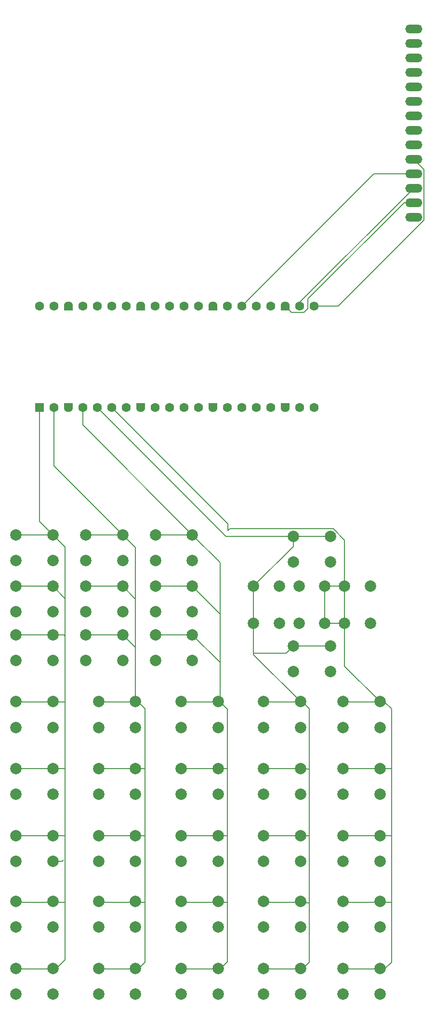
<source format=gbl>
G04 #@! TF.GenerationSoftware,KiCad,Pcbnew,9.0.3-9.0.3-0~ubuntu24.04.1*
G04 #@! TF.CreationDate,2025-09-17T21:15:32+02:00*
G04 #@! TF.ProjectId,PCB_ SEPARATED,5043425f-2053-4455-9041-52415445442e,rev?*
G04 #@! TF.SameCoordinates,Original*
G04 #@! TF.FileFunction,Copper,L2,Bot*
G04 #@! TF.FilePolarity,Positive*
%FSLAX46Y46*%
G04 Gerber Fmt 4.6, Leading zero omitted, Abs format (unit mm)*
G04 Created by KiCad (PCBNEW 9.0.3-9.0.3-0~ubuntu24.04.1) date 2025-09-17 21:15:32*
%MOMM*%
%LPD*%
G01*
G04 APERTURE LIST*
G04 Aperture macros list*
%AMRoundRect*
0 Rectangle with rounded corners*
0 $1 Rounding radius*
0 $2 $3 $4 $5 $6 $7 $8 $9 X,Y pos of 4 corners*
0 Add a 4 corners polygon primitive as box body*
4,1,4,$2,$3,$4,$5,$6,$7,$8,$9,$2,$3,0*
0 Add four circle primitives for the rounded corners*
1,1,$1+$1,$2,$3*
1,1,$1+$1,$4,$5*
1,1,$1+$1,$6,$7*
1,1,$1+$1,$8,$9*
0 Add four rect primitives between the rounded corners*
20,1,$1+$1,$2,$3,$4,$5,0*
20,1,$1+$1,$4,$5,$6,$7,0*
20,1,$1+$1,$6,$7,$8,$9,0*
20,1,$1+$1,$8,$9,$2,$3,0*%
%AMFreePoly0*
4,1,37,0.603843,0.796157,0.639018,0.796157,0.711114,0.766294,0.766294,0.711114,0.796157,0.639018,0.796157,0.603843,0.800000,0.600000,0.800000,-0.600000,0.796157,-0.603843,0.796157,-0.639018,0.766294,-0.711114,0.711114,-0.766294,0.639018,-0.796157,0.603843,-0.796157,0.600000,-0.800000,0.000000,-0.800000,0.000000,-0.796148,-0.078414,-0.796148,-0.232228,-0.765552,-0.377117,-0.705537,
-0.507515,-0.618408,-0.618408,-0.507515,-0.705537,-0.377117,-0.765552,-0.232228,-0.796148,-0.078414,-0.796148,0.078414,-0.765552,0.232228,-0.705537,0.377117,-0.618408,0.507515,-0.507515,0.618408,-0.377117,0.705537,-0.232228,0.765552,-0.078414,0.796148,0.000000,0.796148,0.000000,0.800000,0.600000,0.800000,0.603843,0.796157,0.603843,0.796157,$1*%
%AMFreePoly1*
4,1,37,0.000000,0.796148,0.078414,0.796148,0.232228,0.765552,0.377117,0.705537,0.507515,0.618408,0.618408,0.507515,0.705537,0.377117,0.765552,0.232228,0.796148,0.078414,0.796148,-0.078414,0.765552,-0.232228,0.705537,-0.377117,0.618408,-0.507515,0.507515,-0.618408,0.377117,-0.705537,0.232228,-0.765552,0.078414,-0.796148,0.000000,-0.796148,0.000000,-0.800000,-0.600000,-0.800000,
-0.603843,-0.796157,-0.639018,-0.796157,-0.711114,-0.766294,-0.766294,-0.711114,-0.796157,-0.639018,-0.796157,-0.603843,-0.800000,-0.600000,-0.800000,0.600000,-0.796157,0.603843,-0.796157,0.639018,-0.766294,0.711114,-0.711114,0.766294,-0.639018,0.796157,-0.603843,0.796157,-0.600000,0.800000,0.000000,0.800000,0.000000,0.796148,0.000000,0.796148,$1*%
G04 Aperture macros list end*
G04 #@! TA.AperFunction,ComponentPad*
%ADD10C,2.000000*%
G04 #@! TD*
G04 #@! TA.AperFunction,ComponentPad*
%ADD11RoundRect,0.200000X0.600000X-0.600000X0.600000X0.600000X-0.600000X0.600000X-0.600000X-0.600000X0*%
G04 #@! TD*
G04 #@! TA.AperFunction,ComponentPad*
%ADD12C,1.600000*%
G04 #@! TD*
G04 #@! TA.AperFunction,ComponentPad*
%ADD13FreePoly0,90.000000*%
G04 #@! TD*
G04 #@! TA.AperFunction,ComponentPad*
%ADD14FreePoly1,90.000000*%
G04 #@! TD*
G04 #@! TA.AperFunction,ComponentPad*
%ADD15O,3.000000X1.500000*%
G04 #@! TD*
G04 #@! TA.AperFunction,Conductor*
%ADD16C,0.150000*%
G04 #@! TD*
G04 #@! TA.AperFunction,Conductor*
%ADD17C,0.200000*%
G04 #@! TD*
G04 APERTURE END LIST*
D10*
G04 #@! TO.P,SW39,1,C*
G04 #@! TO.N,/C5*
X114710000Y-180500000D03*
X121210000Y-180500000D03*
G04 #@! TO.P,SW39,2,D*
G04 #@! TO.N,/L7*
X114710000Y-185000000D03*
X121210000Y-185000000D03*
G04 #@! TD*
G04 #@! TO.P,SW30,1,C*
G04 #@! TO.N,/C4*
X100710000Y-169000000D03*
X107210000Y-169000000D03*
G04 #@! TO.P,SW30,2,D*
G04 #@! TO.N,/L6*
X100710000Y-173500000D03*
X107210000Y-173500000D03*
G04 #@! TD*
G04 #@! TO.P,SW4,1,C*
G04 #@! TO.N,/C1*
X57210000Y-145500000D03*
X63710000Y-145500000D03*
G04 #@! TO.P,SW4,2,D*
G04 #@! TO.N,/L4*
X57210000Y-150000000D03*
X63710000Y-150000000D03*
G04 #@! TD*
G04 #@! TO.P,SW26,1,C*
G04 #@! TO.N,/C4*
X98960000Y-131750000D03*
X98960000Y-125250000D03*
G04 #@! TO.P,SW26,2,D*
G04 #@! TO.N,/L2*
X103460000Y-131750000D03*
X103460000Y-125250000D03*
G04 #@! TD*
G04 #@! TO.P,SW25,1,C*
G04 #@! TO.N,/C4*
X105960000Y-116500000D03*
X112460000Y-116500000D03*
G04 #@! TO.P,SW25,2,D*
G04 #@! TO.N,/L1*
X105960000Y-121000000D03*
X112460000Y-121000000D03*
G04 #@! TD*
G04 #@! TO.P,SW28,1,C*
G04 #@! TO.N,/C4*
X100710000Y-145500000D03*
X107210000Y-145500000D03*
G04 #@! TO.P,SW28,2,D*
G04 #@! TO.N,/L4*
X100710000Y-150000000D03*
X107210000Y-150000000D03*
G04 #@! TD*
G04 #@! TO.P,SW11,1,C*
G04 #@! TO.N,/C2*
X69460000Y-133750000D03*
X75960000Y-133750000D03*
G04 #@! TO.P,SW11,2,D*
G04 #@! TO.N,/L3*
X69460000Y-138250000D03*
X75960000Y-138250000D03*
G04 #@! TD*
G04 #@! TO.P,SW5,1,C*
G04 #@! TO.N,/C1*
X57210000Y-157250000D03*
X63710000Y-157250000D03*
G04 #@! TO.P,SW5,2,D*
G04 #@! TO.N,/L5*
X57210000Y-161750000D03*
X63710000Y-161750000D03*
G04 #@! TD*
G04 #@! TO.P,SW15,1,C*
G04 #@! TO.N,/C2*
X71710000Y-180500000D03*
X78210000Y-180500000D03*
G04 #@! TO.P,SW15,2,D*
G04 #@! TO.N,/L7*
X71710000Y-185000000D03*
X78210000Y-185000000D03*
G04 #@! TD*
G04 #@! TO.P,SW23,1,C*
G04 #@! TO.N,/C3*
X86210000Y-180500000D03*
X92710000Y-180500000D03*
G04 #@! TO.P,SW23,2,D*
G04 #@! TO.N,/L7*
X86210000Y-185000000D03*
X92710000Y-185000000D03*
G04 #@! TD*
G04 #@! TO.P,SW8,1,C*
G04 #@! TO.N,/C1*
X57210000Y-192250000D03*
X63710000Y-192250000D03*
G04 #@! TO.P,SW8,2,D*
G04 #@! TO.N,/L8*
X57210000Y-196750000D03*
X63710000Y-196750000D03*
G04 #@! TD*
G04 #@! TO.P,SW20,1,C*
G04 #@! TO.N,/C3*
X86210000Y-145500000D03*
X92710000Y-145500000D03*
G04 #@! TO.P,SW20,2,D*
G04 #@! TO.N,/L4*
X86210000Y-150000000D03*
X92710000Y-150000000D03*
G04 #@! TD*
G04 #@! TO.P,SW18,1,C*
G04 #@! TO.N,/C3*
X81710000Y-125250000D03*
X88210000Y-125250000D03*
G04 #@! TO.P,SW18,2,D*
G04 #@! TO.N,/L2*
X81710000Y-129750000D03*
X88210000Y-129750000D03*
G04 #@! TD*
G04 #@! TO.P,SW13,1,C*
G04 #@! TO.N,/C2*
X71710000Y-157250000D03*
X78210000Y-157250000D03*
G04 #@! TO.P,SW13,2,D*
G04 #@! TO.N,/L5*
X71710000Y-161750000D03*
X78210000Y-161750000D03*
G04 #@! TD*
G04 #@! TO.P,SW21,1,C*
G04 #@! TO.N,/C3*
X86210000Y-157250000D03*
X92710000Y-157250000D03*
G04 #@! TO.P,SW21,2,D*
G04 #@! TO.N,/L5*
X86210000Y-161750000D03*
X92710000Y-161750000D03*
G04 #@! TD*
G04 #@! TO.P,SW24,1,C*
G04 #@! TO.N,/C3*
X86210000Y-192250000D03*
X92710000Y-192250000D03*
G04 #@! TO.P,SW24,2,D*
G04 #@! TO.N,/L8*
X86210000Y-196750000D03*
X92710000Y-196750000D03*
G04 #@! TD*
G04 #@! TO.P,SW32,1,C*
G04 #@! TO.N,/C4*
X100710000Y-192250000D03*
X107210000Y-192250000D03*
G04 #@! TO.P,SW32,2,D*
G04 #@! TO.N,/L8*
X100710000Y-196750000D03*
X107210000Y-196750000D03*
G04 #@! TD*
G04 #@! TO.P,SW1,1,C*
G04 #@! TO.N,/C1*
X57210000Y-116250000D03*
X63710000Y-116250000D03*
G04 #@! TO.P,SW1,2,D*
G04 #@! TO.N,/L1*
X57210000Y-120750000D03*
X63710000Y-120750000D03*
G04 #@! TD*
G04 #@! TO.P,SW31,1,C*
G04 #@! TO.N,/C4*
X100710000Y-180500000D03*
X107210000Y-180500000D03*
G04 #@! TO.P,SW31,2,D*
G04 #@! TO.N,/L7*
X100710000Y-185000000D03*
X107210000Y-185000000D03*
G04 #@! TD*
G04 #@! TO.P,SW40,1,C*
G04 #@! TO.N,/C5*
X114710000Y-192250000D03*
X121210000Y-192250000D03*
G04 #@! TO.P,SW40,2,D*
G04 #@! TO.N,/L8*
X114710000Y-196750000D03*
X121210000Y-196750000D03*
G04 #@! TD*
G04 #@! TO.P,SW9,1,C*
G04 #@! TO.N,/C2*
X69460000Y-116250000D03*
X75960000Y-116250000D03*
G04 #@! TO.P,SW9,2,D*
G04 #@! TO.N,/L1*
X69460000Y-120750000D03*
X75960000Y-120750000D03*
G04 #@! TD*
G04 #@! TO.P,SW34,1,C*
G04 #@! TO.N,/C5*
X111460000Y-125250000D03*
X111460000Y-131750000D03*
G04 #@! TO.P,SW34,2,D*
G04 #@! TO.N,/L2*
X106960000Y-125250000D03*
X106960000Y-131750000D03*
G04 #@! TD*
D11*
G04 #@! TO.P,A1,1,GPIO0*
G04 #@! TO.N,/C1*
X61330000Y-93890000D03*
D12*
G04 #@! TO.P,A1,2,GPIO1*
G04 #@! TO.N,/C2*
X63870000Y-93890000D03*
D13*
G04 #@! TO.P,A1,3,GND*
G04 #@! TO.N,GND*
X66410000Y-93890000D03*
D12*
G04 #@! TO.P,A1,4,GPIO2*
G04 #@! TO.N,/C3*
X68950000Y-93890000D03*
G04 #@! TO.P,A1,5,GPIO3*
G04 #@! TO.N,/C4*
X71490000Y-93890000D03*
G04 #@! TO.P,A1,6,GPIO4*
G04 #@! TO.N,/C5*
X74030000Y-93890000D03*
G04 #@! TO.P,A1,7,GPIO5*
G04 #@! TO.N,/C6*
X76570000Y-93890000D03*
D13*
G04 #@! TO.P,A1,8,GND*
G04 #@! TO.N,GND*
X79110000Y-93890000D03*
D12*
G04 #@! TO.P,A1,9,GPIO6*
G04 #@! TO.N,/C7*
X81650000Y-93890000D03*
G04 #@! TO.P,A1,10,GPIO7*
G04 #@! TO.N,/C8*
X84190000Y-93890000D03*
G04 #@! TO.P,A1,11,GPIO8*
G04 #@! TO.N,/L8*
X86730000Y-93890000D03*
G04 #@! TO.P,A1,12,GPIO9*
G04 #@! TO.N,/L7*
X89270000Y-93890000D03*
D13*
G04 #@! TO.P,A1,13,GND*
G04 #@! TO.N,GND*
X91810000Y-93890000D03*
D12*
G04 #@! TO.P,A1,14,GPIO10*
G04 #@! TO.N,/L6*
X94350000Y-93890000D03*
G04 #@! TO.P,A1,15,GPIO11*
G04 #@! TO.N,/L5*
X96890000Y-93890000D03*
G04 #@! TO.P,A1,16,GPIO12*
G04 #@! TO.N,/L4*
X99430000Y-93890000D03*
G04 #@! TO.P,A1,17,GPIO13*
G04 #@! TO.N,/L3*
X101970000Y-93890000D03*
D13*
G04 #@! TO.P,A1,18,GND*
G04 #@! TO.N,GND*
X104510000Y-93890000D03*
D12*
G04 #@! TO.P,A1,19,GPIO14*
G04 #@! TO.N,/L2*
X107050000Y-93890000D03*
G04 #@! TO.P,A1,20,GPIO15*
G04 #@! TO.N,/L1*
X109590000Y-93890000D03*
G04 #@! TO.P,A1,21,GPIO16*
G04 #@! TO.N,/GPIO16*
X109590000Y-76110000D03*
G04 #@! TO.P,A1,22,GPIO17*
G04 #@! TO.N,/GPIO17*
X107050000Y-76110000D03*
D14*
G04 #@! TO.P,A1,23,GND*
G04 #@! TO.N,GND*
X104510000Y-76110000D03*
D12*
G04 #@! TO.P,A1,24,GPIO18*
G04 #@! TO.N,/GPIO18*
X101970000Y-76110000D03*
G04 #@! TO.P,A1,25,GPIO19*
G04 #@! TO.N,/GPIO19*
X99430000Y-76110000D03*
G04 #@! TO.P,A1,26,GPIO20*
G04 #@! TO.N,/GPIO20*
X96890000Y-76110000D03*
G04 #@! TO.P,A1,27,GPIO21*
G04 #@! TO.N,unconnected-(A1-GPIO21-Pad27)*
X94350000Y-76110000D03*
D14*
G04 #@! TO.P,A1,28,GND*
G04 #@! TO.N,GND*
X91810000Y-76110000D03*
D12*
G04 #@! TO.P,A1,29,GPIO22*
G04 #@! TO.N,unconnected-(A1-GPIO22-Pad29)*
X89270000Y-76110000D03*
G04 #@! TO.P,A1,30,RUN*
G04 #@! TO.N,unconnected-(A1-RUN-Pad30)*
X86730000Y-76110000D03*
G04 #@! TO.P,A1,31,GPIO26_ADC0*
G04 #@! TO.N,unconnected-(A1-GPIO26_ADC0-Pad31)*
X84190000Y-76110000D03*
G04 #@! TO.P,A1,32,GPIO27_ADC1*
G04 #@! TO.N,unconnected-(A1-GPIO27_ADC1-Pad32)*
X81650000Y-76110000D03*
D14*
G04 #@! TO.P,A1,33,AGND*
G04 #@! TO.N,unconnected-(A1-AGND-Pad33)*
X79110000Y-76110000D03*
D12*
G04 #@! TO.P,A1,34,GPIO28_ADC2*
G04 #@! TO.N,unconnected-(A1-GPIO28_ADC2-Pad34)*
X76570000Y-76110000D03*
G04 #@! TO.P,A1,35,ADC_VREF*
G04 #@! TO.N,unconnected-(A1-ADC_VREF-Pad35)*
X74030000Y-76110000D03*
G04 #@! TO.P,A1,36,3V3*
G04 #@! TO.N,+3V3*
X71490000Y-76110000D03*
G04 #@! TO.P,A1,37,3V3_EN*
G04 #@! TO.N,unconnected-(A1-3V3_EN-Pad37)*
X68950000Y-76110000D03*
D14*
G04 #@! TO.P,A1,38,GND*
G04 #@! TO.N,GND*
X66410000Y-76110000D03*
D12*
G04 #@! TO.P,A1,39,VSYS*
G04 #@! TO.N,unconnected-(A1-VSYS-Pad39)*
X63870000Y-76110000D03*
G04 #@! TO.P,A1,40,VBUS*
G04 #@! TO.N,unconnected-(A1-VBUS-Pad40)*
X61330000Y-76110000D03*
G04 #@! TD*
D10*
G04 #@! TO.P,SW27,1,C*
G04 #@! TO.N,/C4*
X105960000Y-135750000D03*
X112460000Y-135750000D03*
G04 #@! TO.P,SW27,2,D*
G04 #@! TO.N,/L3*
X105960000Y-140250000D03*
X112460000Y-140250000D03*
G04 #@! TD*
D15*
G04 #@! TO.P,U5,1,VCC*
G04 #@! TO.N,+3V3*
X127100000Y-60510000D03*
G04 #@! TO.P,U5,2,GND*
G04 #@! TO.N,GND*
X127100000Y-57970000D03*
G04 #@! TO.P,U5,3,CS*
G04 #@! TO.N,/GPIO17*
X127100000Y-55430000D03*
G04 #@! TO.P,U5,4,RST*
G04 #@! TO.N,/GPIO20*
X127100000Y-52890000D03*
G04 #@! TO.P,U5,5,DC*
G04 #@! TO.N,/GPIO16*
X127100000Y-50350000D03*
G04 #@! TO.P,U5,6,MOSI*
G04 #@! TO.N,/GPIO19*
X127100000Y-47810000D03*
G04 #@! TO.P,U5,7,SCK*
G04 #@! TO.N,/GPIO18*
X127100000Y-45270000D03*
G04 #@! TO.P,U5,8,LED*
G04 #@! TO.N,+3V3*
X127100000Y-42730000D03*
G04 #@! TO.P,U5,9,MISO*
G04 #@! TO.N,unconnected-(U5-MISO-Pad9)*
X127100000Y-40190000D03*
G04 #@! TO.P,U5,10*
G04 #@! TO.N,unconnected-(U5-Pad10)*
X127100000Y-37650000D03*
G04 #@! TO.P,U5,11*
G04 #@! TO.N,unconnected-(U5-Pad11)*
X127100000Y-35110000D03*
G04 #@! TO.P,U5,12*
G04 #@! TO.N,unconnected-(U5-Pad12)*
X127100000Y-32570000D03*
G04 #@! TO.P,U5,13*
G04 #@! TO.N,unconnected-(U5-Pad13)*
X127100000Y-30030000D03*
G04 #@! TO.P,U5,14*
G04 #@! TO.N,unconnected-(U5-Pad14)*
X127100000Y-27490000D03*
G04 #@! TD*
D10*
G04 #@! TO.P,SW16,1,C*
G04 #@! TO.N,/C2*
X71710000Y-192250000D03*
X78210000Y-192250000D03*
G04 #@! TO.P,SW16,2,D*
G04 #@! TO.N,/L8*
X71710000Y-196750000D03*
X78210000Y-196750000D03*
G04 #@! TD*
G04 #@! TO.P,SW17,1,C*
G04 #@! TO.N,/C3*
X81710000Y-116250000D03*
X88210000Y-116250000D03*
G04 #@! TO.P,SW17,2,D*
G04 #@! TO.N,/L1*
X81710000Y-120750000D03*
X88210000Y-120750000D03*
G04 #@! TD*
G04 #@! TO.P,SW38,1,C*
G04 #@! TO.N,/C5*
X114710000Y-169000000D03*
X121210000Y-169000000D03*
G04 #@! TO.P,SW38,2,D*
G04 #@! TO.N,/L6*
X114710000Y-173500000D03*
X121210000Y-173500000D03*
G04 #@! TD*
G04 #@! TO.P,SW19,1,C*
G04 #@! TO.N,/C3*
X81710000Y-133750000D03*
X88210000Y-133750000D03*
G04 #@! TO.P,SW19,2,D*
G04 #@! TO.N,/L3*
X81710000Y-138250000D03*
X88210000Y-138250000D03*
G04 #@! TD*
G04 #@! TO.P,SW36,1,C*
G04 #@! TO.N,/C5*
X114710000Y-145500000D03*
X121210000Y-145500000D03*
G04 #@! TO.P,SW36,2,D*
G04 #@! TO.N,/L4*
X114710000Y-150000000D03*
X121210000Y-150000000D03*
G04 #@! TD*
G04 #@! TO.P,SW14,1,C*
G04 #@! TO.N,/C2*
X71710000Y-169000000D03*
X78210000Y-169000000D03*
G04 #@! TO.P,SW14,2,D*
G04 #@! TO.N,/L6*
X71710000Y-173500000D03*
X78210000Y-173500000D03*
G04 #@! TD*
G04 #@! TO.P,SW2,1,C*
G04 #@! TO.N,/C1*
X57210000Y-125250000D03*
X63710000Y-125250000D03*
G04 #@! TO.P,SW2,2,D*
G04 #@! TO.N,/L2*
X57210000Y-129750000D03*
X63710000Y-129750000D03*
G04 #@! TD*
G04 #@! TO.P,SW22,1,C*
G04 #@! TO.N,/C3*
X86210000Y-169000000D03*
X92710000Y-169000000D03*
G04 #@! TO.P,SW22,2,D*
G04 #@! TO.N,/L6*
X86210000Y-173500000D03*
X92710000Y-173500000D03*
G04 #@! TD*
G04 #@! TO.P,SW12,1,C*
G04 #@! TO.N,/C2*
X71710000Y-145500000D03*
X78210000Y-145500000D03*
G04 #@! TO.P,SW12,2,D*
G04 #@! TO.N,/L4*
X71710000Y-150000000D03*
X78210000Y-150000000D03*
G04 #@! TD*
G04 #@! TO.P,SW3,1,C*
G04 #@! TO.N,/C1*
X57210000Y-133750000D03*
X63710000Y-133750000D03*
G04 #@! TO.P,SW3,2,D*
G04 #@! TO.N,/L3*
X57210000Y-138250000D03*
X63710000Y-138250000D03*
G04 #@! TD*
G04 #@! TO.P,SW7,1,C*
G04 #@! TO.N,/C1*
X57210000Y-180500000D03*
X63710000Y-180500000D03*
G04 #@! TO.P,SW7,2,D*
G04 #@! TO.N,/L7*
X57210000Y-185000000D03*
X63710000Y-185000000D03*
G04 #@! TD*
G04 #@! TO.P,SW29,1,C*
G04 #@! TO.N,/C4*
X100710000Y-157250000D03*
X107210000Y-157250000D03*
G04 #@! TO.P,SW29,2,D*
G04 #@! TO.N,/L5*
X100710000Y-161750000D03*
X107210000Y-161750000D03*
G04 #@! TD*
G04 #@! TO.P,SW6,1,C*
G04 #@! TO.N,/C1*
X57210000Y-169000000D03*
X63710000Y-169000000D03*
G04 #@! TO.P,SW6,2,D*
G04 #@! TO.N,/L6*
X57210000Y-173500000D03*
X63710000Y-173500000D03*
G04 #@! TD*
G04 #@! TO.P,SW35,1,C*
G04 #@! TO.N,/C5*
X114960000Y-131750000D03*
X114960000Y-125250000D03*
G04 #@! TO.P,SW35,2,D*
G04 #@! TO.N,/L3*
X119460000Y-131750000D03*
X119460000Y-125250000D03*
G04 #@! TD*
G04 #@! TO.P,SW10,1,C*
G04 #@! TO.N,/C2*
X69460000Y-125250000D03*
X75960000Y-125250000D03*
G04 #@! TO.P,SW10,2,D*
G04 #@! TO.N,/L2*
X69460000Y-129750000D03*
X75960000Y-129750000D03*
G04 #@! TD*
G04 #@! TO.P,SW37,1,C*
G04 #@! TO.N,/C5*
X114710000Y-157250000D03*
X121210000Y-157250000D03*
G04 #@! TO.P,SW37,2,D*
G04 #@! TO.N,/L5*
X114710000Y-161750000D03*
X121210000Y-161750000D03*
G04 #@! TD*
D16*
G04 #@! TO.N,/C1*
X57710000Y-157262500D02*
X64210000Y-157262500D01*
X64210000Y-168975000D02*
X65835000Y-168975000D01*
X63710000Y-116250000D02*
X57210000Y-116250000D01*
X57710000Y-192400000D02*
X64210000Y-192400000D01*
X65860000Y-127400000D02*
X63710000Y-125250000D01*
X64210000Y-157262500D02*
X65822500Y-157262500D01*
X63710000Y-125250000D02*
X57210000Y-125250000D01*
X65822500Y-157262500D02*
X65860000Y-157300000D01*
X65860000Y-190750000D02*
X65860000Y-180550000D01*
X64210000Y-180687500D02*
X65722500Y-180687500D01*
X65860000Y-169000000D02*
X65860000Y-157300000D01*
X63710000Y-116250000D02*
X65860000Y-118400000D01*
X65722500Y-180687500D02*
X65860000Y-180550000D01*
X57710000Y-180687500D02*
X64210000Y-180687500D01*
X61330000Y-113870000D02*
X61330000Y-93890000D01*
X65810000Y-145550000D02*
X65860000Y-145500000D01*
X65835000Y-168975000D02*
X65860000Y-169000000D01*
X65860000Y-127400000D02*
X65860000Y-134000000D01*
X65860000Y-118400000D02*
X65860000Y-127400000D01*
X64210000Y-192400000D02*
X65860000Y-190750000D01*
X65860000Y-157300000D02*
X65860000Y-145500000D01*
D17*
X57210000Y-133750000D02*
X65610000Y-133750000D01*
D16*
X63710000Y-116250000D02*
X61330000Y-113870000D01*
X57710000Y-145550000D02*
X64210000Y-145550000D01*
X65860000Y-145500000D02*
X65860000Y-134000000D01*
X57710000Y-168975000D02*
X64210000Y-168975000D01*
D17*
X65610000Y-133750000D02*
X65860000Y-134000000D01*
D16*
X64210000Y-145550000D02*
X65810000Y-145550000D01*
X65860000Y-180550000D02*
X65860000Y-169000000D01*
G04 #@! TO.N,/L6*
X65285000Y-173475000D02*
X65559000Y-173201000D01*
X64210000Y-173475000D02*
X65285000Y-173475000D01*
D17*
G04 #@! TO.N,/C2*
X69460000Y-116250000D02*
X75960000Y-116250000D01*
D16*
X78647500Y-157262500D02*
X79811000Y-157262500D01*
X78647500Y-168975000D02*
X78672500Y-169000000D01*
X79873500Y-180800000D02*
X79873500Y-169000000D01*
D17*
X78210000Y-145500000D02*
X78210000Y-136000000D01*
X69460000Y-125250000D02*
X75960000Y-125250000D01*
D16*
X72147500Y-145550000D02*
X78647500Y-145550000D01*
X79873500Y-157200000D02*
X79873500Y-146776000D01*
D17*
X78210000Y-127500000D02*
X78210000Y-118500000D01*
D16*
X79873500Y-169000000D02*
X79873500Y-157200000D01*
D17*
X78210000Y-127500000D02*
X78210000Y-136000000D01*
D16*
X72147500Y-168975000D02*
X78647500Y-168975000D01*
X72147500Y-180687500D02*
X78647500Y-180687500D01*
X78647500Y-180687500D02*
X79761000Y-180687500D01*
D17*
X78210000Y-136000000D02*
X75960000Y-133750000D01*
D16*
X78647500Y-192400000D02*
X79873500Y-191174000D01*
X79873500Y-146776000D02*
X78647500Y-145550000D01*
X78672500Y-169000000D02*
X79873500Y-169000000D01*
X72147500Y-192400000D02*
X78647500Y-192400000D01*
X79873500Y-191174000D02*
X79873500Y-180800000D01*
D17*
X78210000Y-127500000D02*
X75960000Y-125250000D01*
X78210000Y-118500000D02*
X75960000Y-116250000D01*
D16*
X79811000Y-157262500D02*
X79873500Y-157200000D01*
D17*
X75960000Y-116250000D02*
X63870000Y-104160000D01*
D16*
X72147500Y-157262500D02*
X78647500Y-157262500D01*
D17*
X69460000Y-133750000D02*
X75960000Y-133750000D01*
X63870000Y-104160000D02*
X63870000Y-93890000D01*
D16*
X79761000Y-180687500D02*
X79873500Y-180800000D01*
D17*
G04 #@! TO.N,/C3*
X81710000Y-133750000D02*
X88210000Y-133750000D01*
D16*
X93085000Y-192400000D02*
X94360000Y-191125000D01*
X93085000Y-138625000D02*
X88210000Y-133750000D01*
X86585000Y-157262500D02*
X93085000Y-157262500D01*
X93085000Y-130125000D02*
X88210000Y-125250000D01*
X94360000Y-146825000D02*
X93085000Y-145550000D01*
X94285000Y-168975000D02*
X94360000Y-168900000D01*
X94322500Y-157262500D02*
X94360000Y-157300000D01*
X93085000Y-180687500D02*
X93097500Y-180700000D01*
X94360000Y-168900000D02*
X94360000Y-157300000D01*
X86585000Y-180687500D02*
X93085000Y-180687500D01*
D17*
X81710000Y-125250000D02*
X88210000Y-125250000D01*
D16*
X93085000Y-157262500D02*
X94322500Y-157262500D01*
X93085000Y-130125000D02*
X93085000Y-138625000D01*
X86585000Y-145550000D02*
X93085000Y-145550000D01*
D17*
X81710000Y-116250000D02*
X88210000Y-116250000D01*
D16*
X93085000Y-168975000D02*
X94285000Y-168975000D01*
X88210000Y-116250000D02*
X68950000Y-96990000D01*
X94360000Y-191125000D02*
X94360000Y-180700000D01*
X94360000Y-157300000D02*
X94360000Y-146825000D01*
X86585000Y-192400000D02*
X93085000Y-192400000D01*
X94360000Y-180700000D02*
X94360000Y-168900000D01*
X68950000Y-96990000D02*
X68950000Y-93890000D01*
X93097500Y-180700000D02*
X94360000Y-180700000D01*
X93085000Y-121125000D02*
X93085000Y-130125000D01*
X88210000Y-116250000D02*
X93085000Y-121125000D01*
X86585000Y-168975000D02*
X93085000Y-168975000D01*
X93085000Y-145550000D02*
X93085000Y-138625000D01*
G04 #@! TO.N,/C4*
X107522500Y-180687500D02*
X107635000Y-180800000D01*
X108748500Y-180800000D02*
X108748500Y-169000000D01*
D17*
X94100000Y-116500000D02*
X105960000Y-116500000D01*
X98960000Y-137000000D02*
X98960000Y-125250000D01*
D16*
X108748500Y-191174000D02*
X108748500Y-180800000D01*
X108723500Y-168975000D02*
X108748500Y-169000000D01*
X107522500Y-157262500D02*
X101022500Y-157262500D01*
X101022500Y-168975000D02*
X107522500Y-168975000D01*
X108748500Y-146776000D02*
X107522500Y-145550000D01*
D17*
X112460000Y-135750000D02*
X105960000Y-135750000D01*
X98960000Y-137250000D02*
X98960000Y-137000000D01*
X98960000Y-125250000D02*
X105960000Y-118250000D01*
D16*
X107522500Y-192400000D02*
X108748500Y-191174000D01*
D17*
X105960000Y-116500000D02*
X112460000Y-116500000D01*
D16*
X108748500Y-157300000D02*
X108748500Y-146776000D01*
X101022500Y-192400000D02*
X107522500Y-192400000D01*
D17*
X107210000Y-145500000D02*
X98960000Y-137250000D01*
D16*
X107522500Y-168975000D02*
X108723500Y-168975000D01*
D17*
X71490000Y-93890000D02*
X94100000Y-116500000D01*
D16*
X107560000Y-157300000D02*
X108748500Y-157300000D01*
D17*
X105960000Y-118250000D02*
X105960000Y-116500000D01*
D16*
X107635000Y-180800000D02*
X108748500Y-180800000D01*
D17*
X104710000Y-137000000D02*
X98960000Y-137000000D01*
D16*
X107522500Y-145550000D02*
X101022500Y-145550000D01*
X107522500Y-180687500D02*
X101022500Y-180687500D01*
X107522500Y-157262500D02*
X107560000Y-157300000D01*
D17*
X105960000Y-135750000D02*
X104710000Y-137000000D01*
D16*
X108748500Y-169000000D02*
X108748500Y-157300000D01*
G04 #@! TO.N,/C5*
X123173500Y-180687500D02*
X123186000Y-180700000D01*
X121960000Y-145550000D02*
X123186000Y-146776000D01*
X123123500Y-157262500D02*
X123186000Y-157200000D01*
D17*
X111460000Y-125250000D02*
X114960000Y-125250000D01*
D16*
X121985000Y-169000000D02*
X123186000Y-169000000D01*
D17*
X121210000Y-145500000D02*
X114960000Y-139250000D01*
X111460000Y-125250000D02*
X111460000Y-131750000D01*
X114960000Y-125250000D02*
X114960000Y-117160108D01*
X94460000Y-115500000D02*
X94460000Y-114320000D01*
D16*
X115460000Y-192400000D02*
X121960000Y-192400000D01*
X123186000Y-169000000D02*
X123186000Y-180700000D01*
X123186000Y-180700000D02*
X123186000Y-191174000D01*
X123186000Y-191174000D02*
X121960000Y-192400000D01*
X115460000Y-145550000D02*
X121960000Y-145550000D01*
X121960000Y-180687500D02*
X115460000Y-180687500D01*
X115460000Y-168975000D02*
X121960000Y-168975000D01*
X121960000Y-157262500D02*
X123123500Y-157262500D01*
X121960000Y-180687500D02*
X123173500Y-180687500D01*
D17*
X112998892Y-115199000D02*
X94761000Y-115199000D01*
X94761000Y-115199000D02*
X94460000Y-115500000D01*
X94460000Y-114320000D02*
X74030000Y-93890000D01*
D16*
X123186000Y-157200000D02*
X123186000Y-169000000D01*
D17*
X114960000Y-117160108D02*
X112998892Y-115199000D01*
X114960000Y-139250000D02*
X114960000Y-125250000D01*
X111460000Y-131750000D02*
X114960000Y-131750000D01*
D16*
X121960000Y-168975000D02*
X121985000Y-169000000D01*
X123186000Y-146776000D02*
X123186000Y-157200000D01*
X115460000Y-157262500D02*
X121960000Y-157262500D01*
D17*
G04 #@! TO.N,/GPIO16*
X113850000Y-76110000D02*
X128901000Y-61059000D01*
X109590000Y-76110000D02*
X113850000Y-76110000D01*
X128901000Y-61059000D02*
X128901000Y-52151000D01*
X128901000Y-52151000D02*
X127100000Y-50350000D01*
G04 #@! TO.N,/GPIO20*
X120110000Y-52890000D02*
X96890000Y-76110000D01*
X127100000Y-52890000D02*
X120110000Y-52890000D01*
G04 #@! TO.N,GND*
X125400000Y-57970000D02*
X127100000Y-57970000D01*
X108489000Y-76566050D02*
X108489000Y-74881000D01*
X108489000Y-74881000D02*
X125400000Y-57970000D01*
X105611000Y-77211000D02*
X107844050Y-77211000D01*
X104510000Y-76110000D02*
X105611000Y-77211000D01*
X107844050Y-77211000D02*
X108489000Y-76566050D01*
G04 #@! TO.N,/GPIO17*
X107050000Y-75480000D02*
X107050000Y-76110000D01*
X127100000Y-55430000D02*
X107050000Y-75480000D01*
G04 #@! TD*
M02*

</source>
